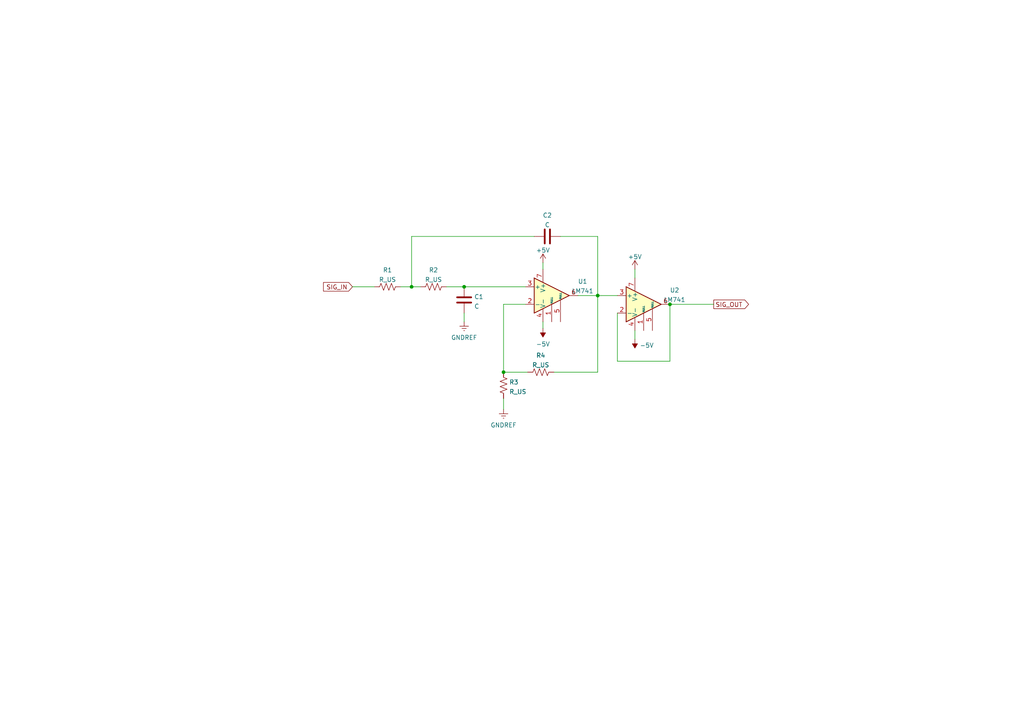
<source format=kicad_sch>
(kicad_sch (version 20211123) (generator eeschema)
  (paper "A4")
  (lib_symbols
    (symbol "Amplifier_Operational:LM741" (pin_names (offset 0.127))
      (property "Reference" "U" (at 0 6.35 0))
      (property "Value" "LM741" (at 0 3.81 0))
      (symbol "LM741_0_1"
        (polyline (pts (xy -5.08 5.08) (xy 5.08 0) (xy -5.08 -5.08) (xy -5.08 5.08)) (stroke (width 0.254)) (fill (type background)))
      )
      (symbol "LM741_1_1"
        (pin input line (at 0 -7.62 90) (length 5.08) (name "NULL") (number "1"))
        (pin input line (at -7.62 -2.54 0) (length 2.54) (name "-") (number "2"))
        (pin input line (at -7.62 2.54 0) (length 2.54) (name "+") (number "3"))
        (pin power_in line (at -2.54 -7.62 90) (length 3.81) (name "V-") (number "4"))
        (pin input line (at 2.54 -7.62 90) (length 6.35) (name "NULL") (number "5"))
        (pin output line (at 7.62 0 180) (length 2.54) (name "~") (number "6"))
        (pin power_in line (at -2.54 7.62 270) (length 3.81) (name "V+") (number "7"))
        (pin no_connect line (at 0 2.54 270) (length 2.54) hide (name "NC") (number "8"))
      )
    )
    (symbol "Device:C" (pin_numbers hide) (pin_names (offset 0.254))
      (property "Reference" "C" (at 0.635 2.54 0))
      (property "Value" "C" (at 0.635 -2.54 0))
      (symbol "C_0_1"
        (polyline (pts (xy -2.032 -0.762) (xy 2.032 -0.762)) (stroke (width 0.508)))
        (polyline (pts (xy -2.032 0.762) (xy 2.032 0.762)) (stroke (width 0.508)))
      )
      (symbol "C_1_1"
        (pin passive line (at 0 3.81 270) (length 2.794) (name "~") (number "1"))
        (pin passive line (at 0 -3.81 90) (length 2.794) (name "~") (number "2"))
      )
    )
    (symbol "Device:R_US" (pin_numbers hide) (pin_names (offset 0))
      (property "Reference" "R" (at 2.54 0 90))
      (property "Value" "R_US" (at -2.54 0 90))
      (symbol "R_US_0_1"
        (polyline (pts (xy 0 -2.286) (xy 0 -2.54)))
        (polyline (pts (xy 0 2.286) (xy 0 2.54)))
        (polyline (pts (xy 0 -0.762) (xy 1.016 -1.143) (xy 0 -1.524) (xy -1.016 -1.905) (xy 0 -2.286)))
        (polyline (pts (xy 0 0.762) (xy 1.016 0.381) (xy 0 0) (xy -1.016 -0.381) (xy 0 -0.762)))
        (polyline (pts (xy 0 2.286) (xy 1.016 1.905) (xy 0 1.524) (xy -1.016 1.143) (xy 0 0.762)))
      )
      (symbol "R_US_1_1"
        (pin passive line (at 0 3.81 270) (length 1.27) (name "~") (number "1"))
        (pin passive line (at 0 -3.81 90) (length 1.27) (name "~") (number "2"))
      )
    )
    (symbol "power:+5V" (power) (pin_names (offset 0))
      (property "Value" "+5V" (at 0 3.556 0))
      (symbol "+5V_0_1"
        (polyline (pts (xy -0.762 1.27) (xy 0 2.54)))
        (polyline (pts (xy 0 0) (xy 0 2.54)))
        (polyline (pts (xy 0 2.54) (xy 0.762 1.27)))
      )
      (symbol "+5V_1_1"
        (pin power_in line (at 0 0 90) (length 0) hide (name "+5V") (number "1"))
      )
    )
    (symbol "power:-5V" (power) (pin_names (offset 0))
      (property "Value" "-5V" (at 0 3.81 0))
      (symbol "-5V_0_0"
        (pin power_in line (at 0 0 90) (length 0) hide (name "-5V") (number "1"))
      )
      (symbol "-5V_0_1"
        (polyline (pts (xy 0 0) (xy 0 1.27) (xy 0.762 1.27) (xy 0 2.54) (xy -0.762 1.27) (xy 0 1.27)) (fill (type outline)))
      )
    )
    (symbol "power:GNDREF" (power) (pin_names (offset 0))
      (property "Value" "GNDREF" (at 0 -3.81 0))
      (symbol "GNDREF_0_1"
        (polyline (pts (xy -0.635 -1.905) (xy 0.635 -1.905)))
        (polyline (pts (xy -0.127 -2.54) (xy 0.127 -2.54)))
        (polyline (pts (xy 0 -1.27) (xy 0 0)))
        (polyline (pts (xy 1.27 -1.27) (xy -1.27 -1.27)))
      )
      (symbol "GNDREF_1_1"
        (pin power_in line (at 0 0 270) (length 0) hide (name "GNDREF") (number "1"))
      )
    )
  )
  (junction (at 173.355 85.725))
  (junction (at 134.62 83.185))
  (junction (at 146.05 107.95))
  (junction (at 119.38 83.185))
  (junction (at 194.31 88.265))
  (wire (pts (xy 160.655 107.95) (xy 173.355 107.95)))
  (wire (pts (xy 134.62 90.805) (xy 134.62 93.345)))
  (wire (pts (xy 146.05 88.265) (xy 146.05 107.95)))
  (wire (pts (xy 102.235 83.185) (xy 108.585 83.185)))
  (wire (pts (xy 146.05 115.57) (xy 146.05 118.745)))
  (wire (pts (xy 179.07 104.775) (xy 194.31 104.775)))
  (wire (pts (xy 116.205 83.185) (xy 119.38 83.185)))
  (wire (pts (xy 119.38 68.58) (xy 119.38 83.185)))
  (wire (pts (xy 194.31 88.265) (xy 207.01 88.265)))
  (wire (pts (xy 179.07 90.805) (xy 179.07 104.775)))
  (wire (pts (xy 167.64 85.725) (xy 173.355 85.725)))
  (wire (pts (xy 194.31 104.775) (xy 194.31 88.265)))
  (wire (pts (xy 134.62 83.185) (xy 152.4 83.185)))
  (wire (pts (xy 129.54 83.185) (xy 134.62 83.185)))
  (wire (pts (xy 152.4 88.265) (xy 146.05 88.265)))
  (wire (pts (xy 154.94 68.58) (xy 119.38 68.58)))
  (wire (pts (xy 184.15 78.105) (xy 184.15 80.645)))
  (wire (pts (xy 173.355 107.95) (xy 173.355 85.725)))
  (wire (pts (xy 184.15 95.885) (xy 184.15 98.425)))
  (wire (pts (xy 162.56 68.58) (xy 173.355 68.58)))
  (wire (pts (xy 146.05 107.95) (xy 153.035 107.95)))
  (wire (pts (xy 173.355 85.725) (xy 179.07 85.725)))
  (wire (pts (xy 157.48 76.2) (xy 157.48 78.105)))
  (wire (pts (xy 119.38 83.185) (xy 121.92 83.185)))
  (wire (pts (xy 157.48 93.345) (xy 157.48 95.25)))
  (wire (pts (xy 173.355 68.58) (xy 173.355 85.725)))
  (global_label "SIG_IN" (shape input) (at 102.235 83.185 180) (property "Intersheet References" "${INTERSHEET_REFS}" (effects hide)))
  (global_label "SIG_OUT" (shape output) (at 207.01 88.265 0) (property "Intersheet References" "${INTERSHEET_REFS}" (effects hide)))
  (symbol (lib_id "Device:R_US") (at 125.73 83.185 90) (unit 1)
    (property "Reference" "R2" (at 125.73 78.3295 90))
    (property "Value" "R_US" (at 125.73 81.1046 90))
    (property "Footprint" "Resistor_THT:R_Axial_DIN0207_L6.3mm_D2.5mm_P7.62mm_Horizontal" (effects hide))
  )
  (symbol (lib_id "power:-5V") (at 157.48 95.25 180) (unit 1)
    (property "Reference" "#PWR04" (effects hide))
    (property "Value" "-5V" (at 157.48 99.8125 0))
  )
  (symbol (lib_id "power:-5V") (at 184.15 98.425 180) (unit 1)
    (property "Reference" "#PWR06" (effects hide))
    (property "Value" "-5V" (at 185.547 100.174 0) (effects (justify right)))
  )
  (symbol (lib_id "Amplifier_Operational:LM741") (at 186.69 88.265 0) (unit 1)
    (property "Reference" "U2" (at 195.6654 84.1715 0))
    (property "Value" "LM741" (at 195.6654 86.9466 0))
    (property "Footprint" "Package_DIP:DIP-8_W7.62mm_Socket" (effects hide))
    (property "Datasheet" "http://www.ti.com/lit/ds/symlink/lm741.pdf" (effects hide))
  )
  (symbol (lib_id "Device:C") (at 134.62 86.995 0) (unit 1)
    (property "Reference" "C1" (at 137.541 86.0865 0) (effects (justify left)))
    (property "Value" "C" (at 137.541 88.8616 0) (effects (justify left)))
    (property "Footprint" "Capacitor_THT:C_Disc_D4.3mm_W1.9mm_P5.00mm" (effects hide))
  )
  (symbol (lib_id "power:+5V") (at 157.48 76.2 0) (unit 1)
    (property "Reference" "#PWR03" (effects hide))
    (property "Value" "+5V" (at 157.48 72.5955 0))
  )
  (symbol (lib_id "Device:R_US") (at 112.395 83.185 90) (unit 1)
    (property "Reference" "R1" (at 112.395 78.3295 90))
    (property "Value" "R_US" (at 112.395 81.1046 90))
    (property "Footprint" "Resistor_THT:R_Axial_DIN0207_L6.3mm_D2.5mm_P7.62mm_Horizontal" (effects hide))
  )
  (symbol (lib_id "Device:R_US") (at 156.845 107.95 90) (unit 1)
    (property "Reference" "R4" (at 156.845 103.0945 90))
    (property "Value" "R_US" (at 156.845 105.8696 90))
    (property "Footprint" "Resistor_THT:R_Axial_DIN0207_L6.3mm_D2.5mm_P7.62mm_Horizontal" (effects hide))
  )
  (symbol (lib_id "power:GNDREF") (at 134.62 93.345 0) (unit 1)
    (property "Reference" "#PWR01" (effects hide))
    (property "Value" "GNDREF" (at 134.62 97.9075 0))
  )
  (symbol (lib_id "Device:R_US") (at 146.05 111.76 0) (unit 1)
    (property "Reference" "R3" (at 147.701 110.8515 0) (effects (justify left)))
    (property "Value" "R_US" (at 147.701 113.6266 0) (effects (justify left)))
    (property "Footprint" "Resistor_THT:R_Axial_DIN0207_L6.3mm_D2.5mm_P7.62mm_Horizontal" (effects hide))
  )
  (symbol (lib_id "power:GNDREF") (at 146.05 118.745 0) (unit 1)
    (property "Reference" "#PWR02" (effects hide))
    (property "Value" "GNDREF" (at 146.05 123.3075 0))
  )
  (symbol (lib_id "Device:C") (at 158.75 68.58 90) (unit 1)
    (property "Reference" "C2" (at 158.75 62.4545 90))
    (property "Value" "C" (at 158.75 65.2296 90))
    (property "Footprint" "Capacitor_THT:C_Disc_D4.3mm_W1.9mm_P5.00mm" (effects hide))
  )
  (symbol (lib_id "Amplifier_Operational:LM741") (at 160.02 85.725 0) (unit 1)
    (property "Reference" "U1" (at 168.9954 81.6315 0))
    (property "Value" "LM741" (at 168.9954 84.4066 0))
    (property "Footprint" "Package_DIP:DIP-8_W7.62mm_Socket" (effects hide))
    (property "Datasheet" "http://www.ti.com/lit/ds/symlink/lm741.pdf" (effects hide))
  )
  (symbol (lib_id "power:+5V") (at 184.15 78.105 0) (unit 1)
    (property "Reference" "#PWR05" (effects hide))
    (property "Value" "+5V" (at 184.15 74.5005 0))
  )
)
</source>
